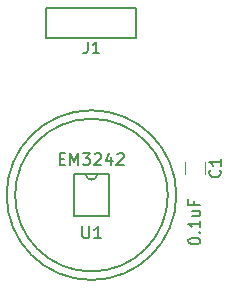
<source format=gbr>
G04 #@! TF.FileFunction,Legend,Top*
%FSLAX46Y46*%
G04 Gerber Fmt 4.6, Leading zero omitted, Abs format (unit mm)*
G04 Created by KiCad (PCBNEW 4.0.7-e2-6376~58~ubuntu16.04.1) date Fri Jan 12 15:17:18 2018*
%MOMM*%
%LPD*%
G01*
G04 APERTURE LIST*
%ADD10C,0.100000*%
%ADD11C,0.200000*%
%ADD12C,0.120000*%
%ADD13C,0.203200*%
%ADD14C,0.150000*%
G04 APERTURE END LIST*
D10*
D11*
X69965784Y-63500000D02*
G75*
G03X69965784Y-63500000I-6465784J0D01*
G01*
X70684205Y-63500000D02*
G75*
G03X70684205Y-63500000I-7184205J0D01*
G01*
D12*
X73113000Y-61714000D02*
X73113000Y-60714000D01*
X71413000Y-60714000D02*
X71413000Y-61714000D01*
D13*
X59690000Y-47625000D02*
X59690000Y-50165000D01*
X59690000Y-50165000D02*
X67310000Y-50165000D01*
X67310000Y-50165000D02*
X67310000Y-47625000D01*
X67310000Y-47625000D02*
X59690000Y-47625000D01*
D14*
X63000000Y-61700000D02*
G75*
G03X64000000Y-61700000I500000J0D01*
G01*
X63500000Y-61700000D02*
X65000000Y-61700000D01*
X65000000Y-61700000D02*
X65000000Y-65300000D01*
X65000000Y-65300000D02*
X62000000Y-65300000D01*
X62000000Y-65300000D02*
X62000000Y-61700000D01*
X62000000Y-61700000D02*
X63500000Y-61700000D01*
X74370143Y-61380666D02*
X74417762Y-61428285D01*
X74465381Y-61571142D01*
X74465381Y-61666380D01*
X74417762Y-61809238D01*
X74322524Y-61904476D01*
X74227286Y-61952095D01*
X74036810Y-61999714D01*
X73893952Y-61999714D01*
X73703476Y-61952095D01*
X73608238Y-61904476D01*
X73513000Y-61809238D01*
X73465381Y-61666380D01*
X73465381Y-61571142D01*
X73513000Y-61428285D01*
X73560619Y-61380666D01*
X74465381Y-60428285D02*
X74465381Y-60999714D01*
X74465381Y-60714000D02*
X73465381Y-60714000D01*
X73608238Y-60809238D01*
X73703476Y-60904476D01*
X73751095Y-60999714D01*
X71715381Y-67428857D02*
X71715381Y-67333618D01*
X71763000Y-67238380D01*
X71810619Y-67190761D01*
X71905857Y-67143142D01*
X72096333Y-67095523D01*
X72334429Y-67095523D01*
X72524905Y-67143142D01*
X72620143Y-67190761D01*
X72667762Y-67238380D01*
X72715381Y-67333618D01*
X72715381Y-67428857D01*
X72667762Y-67524095D01*
X72620143Y-67571714D01*
X72524905Y-67619333D01*
X72334429Y-67666952D01*
X72096333Y-67666952D01*
X71905857Y-67619333D01*
X71810619Y-67571714D01*
X71763000Y-67524095D01*
X71715381Y-67428857D01*
X72620143Y-66666952D02*
X72667762Y-66619333D01*
X72715381Y-66666952D01*
X72667762Y-66714571D01*
X72620143Y-66666952D01*
X72715381Y-66666952D01*
X72715381Y-65666952D02*
X72715381Y-66238381D01*
X72715381Y-65952667D02*
X71715381Y-65952667D01*
X71858238Y-66047905D01*
X71953476Y-66143143D01*
X72001095Y-66238381D01*
X72048714Y-64809809D02*
X72715381Y-64809809D01*
X72048714Y-65238381D02*
X72572524Y-65238381D01*
X72667762Y-65190762D01*
X72715381Y-65095524D01*
X72715381Y-64952666D01*
X72667762Y-64857428D01*
X72620143Y-64809809D01*
X72191571Y-64000285D02*
X72191571Y-64333619D01*
X72715381Y-64333619D02*
X71715381Y-64333619D01*
X71715381Y-63857428D01*
X63166667Y-50506381D02*
X63166667Y-51220667D01*
X63119047Y-51363524D01*
X63023809Y-51458762D01*
X62880952Y-51506381D01*
X62785714Y-51506381D01*
X64166667Y-51506381D02*
X63595238Y-51506381D01*
X63880952Y-51506381D02*
X63880952Y-50506381D01*
X63785714Y-50649238D01*
X63690476Y-50744476D01*
X63595238Y-50792095D01*
X62738095Y-66152381D02*
X62738095Y-66961905D01*
X62785714Y-67057143D01*
X62833333Y-67104762D01*
X62928571Y-67152381D01*
X63119048Y-67152381D01*
X63214286Y-67104762D01*
X63261905Y-67057143D01*
X63309524Y-66961905D01*
X63309524Y-66152381D01*
X64309524Y-67152381D02*
X63738095Y-67152381D01*
X64023809Y-67152381D02*
X64023809Y-66152381D01*
X63928571Y-66295238D01*
X63833333Y-66390476D01*
X63738095Y-66438095D01*
X60809524Y-60428571D02*
X61142858Y-60428571D01*
X61285715Y-60952381D02*
X60809524Y-60952381D01*
X60809524Y-59952381D01*
X61285715Y-59952381D01*
X61714286Y-60952381D02*
X61714286Y-59952381D01*
X62047620Y-60666667D01*
X62380953Y-59952381D01*
X62380953Y-60952381D01*
X62761905Y-59952381D02*
X63380953Y-59952381D01*
X63047619Y-60333333D01*
X63190477Y-60333333D01*
X63285715Y-60380952D01*
X63333334Y-60428571D01*
X63380953Y-60523810D01*
X63380953Y-60761905D01*
X63333334Y-60857143D01*
X63285715Y-60904762D01*
X63190477Y-60952381D01*
X62904762Y-60952381D01*
X62809524Y-60904762D01*
X62761905Y-60857143D01*
X63761905Y-60047619D02*
X63809524Y-60000000D01*
X63904762Y-59952381D01*
X64142858Y-59952381D01*
X64238096Y-60000000D01*
X64285715Y-60047619D01*
X64333334Y-60142857D01*
X64333334Y-60238095D01*
X64285715Y-60380952D01*
X63714286Y-60952381D01*
X64333334Y-60952381D01*
X65190477Y-60285714D02*
X65190477Y-60952381D01*
X64952381Y-59904762D02*
X64714286Y-60619048D01*
X65333334Y-60619048D01*
X65666667Y-60047619D02*
X65714286Y-60000000D01*
X65809524Y-59952381D01*
X66047620Y-59952381D01*
X66142858Y-60000000D01*
X66190477Y-60047619D01*
X66238096Y-60142857D01*
X66238096Y-60238095D01*
X66190477Y-60380952D01*
X65619048Y-60952381D01*
X66238096Y-60952381D01*
M02*

</source>
